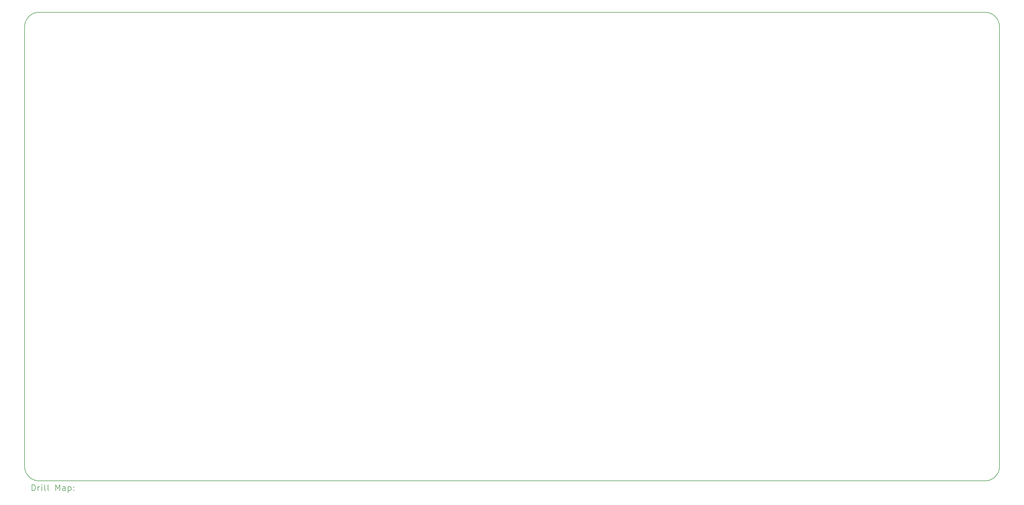
<source format=gbr>
%TF.GenerationSoftware,KiCad,Pcbnew,7.0.2-0*%
%TF.CreationDate,2023-09-13T20:40:29+02:00*%
%TF.ProjectId,storre_base,73746f72-7265-45f6-9261-73652e6b6963,rev?*%
%TF.SameCoordinates,Original*%
%TF.FileFunction,Drillmap*%
%TF.FilePolarity,Positive*%
%FSLAX45Y45*%
G04 Gerber Fmt 4.5, Leading zero omitted, Abs format (unit mm)*
G04 Created by KiCad (PCBNEW 7.0.2-0) date 2023-09-13 20:40:29*
%MOMM*%
%LPD*%
G01*
G04 APERTURE LIST*
%ADD10C,0.150000*%
%ADD11C,0.200000*%
G04 APERTURE END LIST*
D10*
X36767700Y-4169630D02*
G75*
G03*
X36290200Y-3692130I-477500J0D01*
G01*
X5252700Y-3692120D02*
G75*
G03*
X4775200Y-4169630I0J-477500D01*
G01*
X36290200Y-19100780D02*
G75*
G03*
X36767700Y-18623280I10J477490D01*
G01*
X36290200Y-3692130D02*
X5252700Y-3692120D01*
X36767700Y-18623280D02*
X36767700Y-4169630D01*
X4775200Y-18623280D02*
X4775200Y-4169630D01*
X4775200Y-18623280D02*
G75*
G03*
X5252700Y-19100780I477500J0D01*
G01*
X36290200Y-19100780D02*
X5252700Y-19100780D01*
D11*
X5015319Y-19420804D02*
X5015319Y-19220804D01*
X5015319Y-19220804D02*
X5062938Y-19220804D01*
X5062938Y-19220804D02*
X5091510Y-19230328D01*
X5091510Y-19230328D02*
X5110557Y-19249375D01*
X5110557Y-19249375D02*
X5120081Y-19268423D01*
X5120081Y-19268423D02*
X5129605Y-19306518D01*
X5129605Y-19306518D02*
X5129605Y-19335090D01*
X5129605Y-19335090D02*
X5120081Y-19373185D01*
X5120081Y-19373185D02*
X5110557Y-19392232D01*
X5110557Y-19392232D02*
X5091510Y-19411280D01*
X5091510Y-19411280D02*
X5062938Y-19420804D01*
X5062938Y-19420804D02*
X5015319Y-19420804D01*
X5215319Y-19420804D02*
X5215319Y-19287470D01*
X5215319Y-19325566D02*
X5224843Y-19306518D01*
X5224843Y-19306518D02*
X5234367Y-19296994D01*
X5234367Y-19296994D02*
X5253414Y-19287470D01*
X5253414Y-19287470D02*
X5272462Y-19287470D01*
X5339129Y-19420804D02*
X5339129Y-19287470D01*
X5339129Y-19220804D02*
X5329605Y-19230328D01*
X5329605Y-19230328D02*
X5339129Y-19239851D01*
X5339129Y-19239851D02*
X5348652Y-19230328D01*
X5348652Y-19230328D02*
X5339129Y-19220804D01*
X5339129Y-19220804D02*
X5339129Y-19239851D01*
X5462938Y-19420804D02*
X5443890Y-19411280D01*
X5443890Y-19411280D02*
X5434367Y-19392232D01*
X5434367Y-19392232D02*
X5434367Y-19220804D01*
X5567700Y-19420804D02*
X5548652Y-19411280D01*
X5548652Y-19411280D02*
X5539129Y-19392232D01*
X5539129Y-19392232D02*
X5539129Y-19220804D01*
X5796271Y-19420804D02*
X5796271Y-19220804D01*
X5796271Y-19220804D02*
X5862938Y-19363661D01*
X5862938Y-19363661D02*
X5929605Y-19220804D01*
X5929605Y-19220804D02*
X5929605Y-19420804D01*
X6110557Y-19420804D02*
X6110557Y-19316042D01*
X6110557Y-19316042D02*
X6101033Y-19296994D01*
X6101033Y-19296994D02*
X6081986Y-19287470D01*
X6081986Y-19287470D02*
X6043890Y-19287470D01*
X6043890Y-19287470D02*
X6024843Y-19296994D01*
X6110557Y-19411280D02*
X6091509Y-19420804D01*
X6091509Y-19420804D02*
X6043890Y-19420804D01*
X6043890Y-19420804D02*
X6024843Y-19411280D01*
X6024843Y-19411280D02*
X6015319Y-19392232D01*
X6015319Y-19392232D02*
X6015319Y-19373185D01*
X6015319Y-19373185D02*
X6024843Y-19354137D01*
X6024843Y-19354137D02*
X6043890Y-19344613D01*
X6043890Y-19344613D02*
X6091509Y-19344613D01*
X6091509Y-19344613D02*
X6110557Y-19335090D01*
X6205795Y-19287470D02*
X6205795Y-19487470D01*
X6205795Y-19296994D02*
X6224843Y-19287470D01*
X6224843Y-19287470D02*
X6262938Y-19287470D01*
X6262938Y-19287470D02*
X6281986Y-19296994D01*
X6281986Y-19296994D02*
X6291509Y-19306518D01*
X6291509Y-19306518D02*
X6301033Y-19325566D01*
X6301033Y-19325566D02*
X6301033Y-19382709D01*
X6301033Y-19382709D02*
X6291509Y-19401756D01*
X6291509Y-19401756D02*
X6281986Y-19411280D01*
X6281986Y-19411280D02*
X6262938Y-19420804D01*
X6262938Y-19420804D02*
X6224843Y-19420804D01*
X6224843Y-19420804D02*
X6205795Y-19411280D01*
X6386748Y-19401756D02*
X6396271Y-19411280D01*
X6396271Y-19411280D02*
X6386748Y-19420804D01*
X6386748Y-19420804D02*
X6377224Y-19411280D01*
X6377224Y-19411280D02*
X6386748Y-19401756D01*
X6386748Y-19401756D02*
X6386748Y-19420804D01*
X6386748Y-19296994D02*
X6396271Y-19306518D01*
X6396271Y-19306518D02*
X6386748Y-19316042D01*
X6386748Y-19316042D02*
X6377224Y-19306518D01*
X6377224Y-19306518D02*
X6386748Y-19296994D01*
X6386748Y-19296994D02*
X6386748Y-19316042D01*
M02*

</source>
